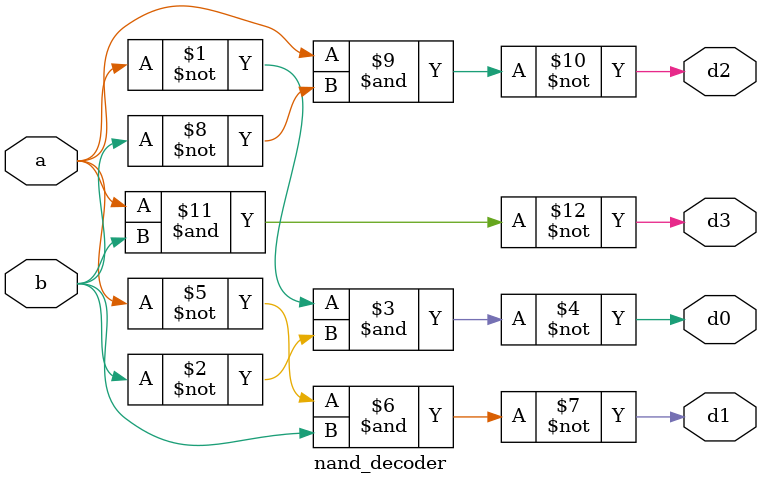
<source format=v>
`timescale 1ns / 1ps

module nand_decoder(
    input a,b,
    output d0,d1,d2,d3
    );
assign d0=~(~a&~b);
assign d1=~(~a&b);
assign d2=~(a&~b);
assign d3=~(a&b);    

endmodule

//a가 큰 수, b가 작은 수
</source>
